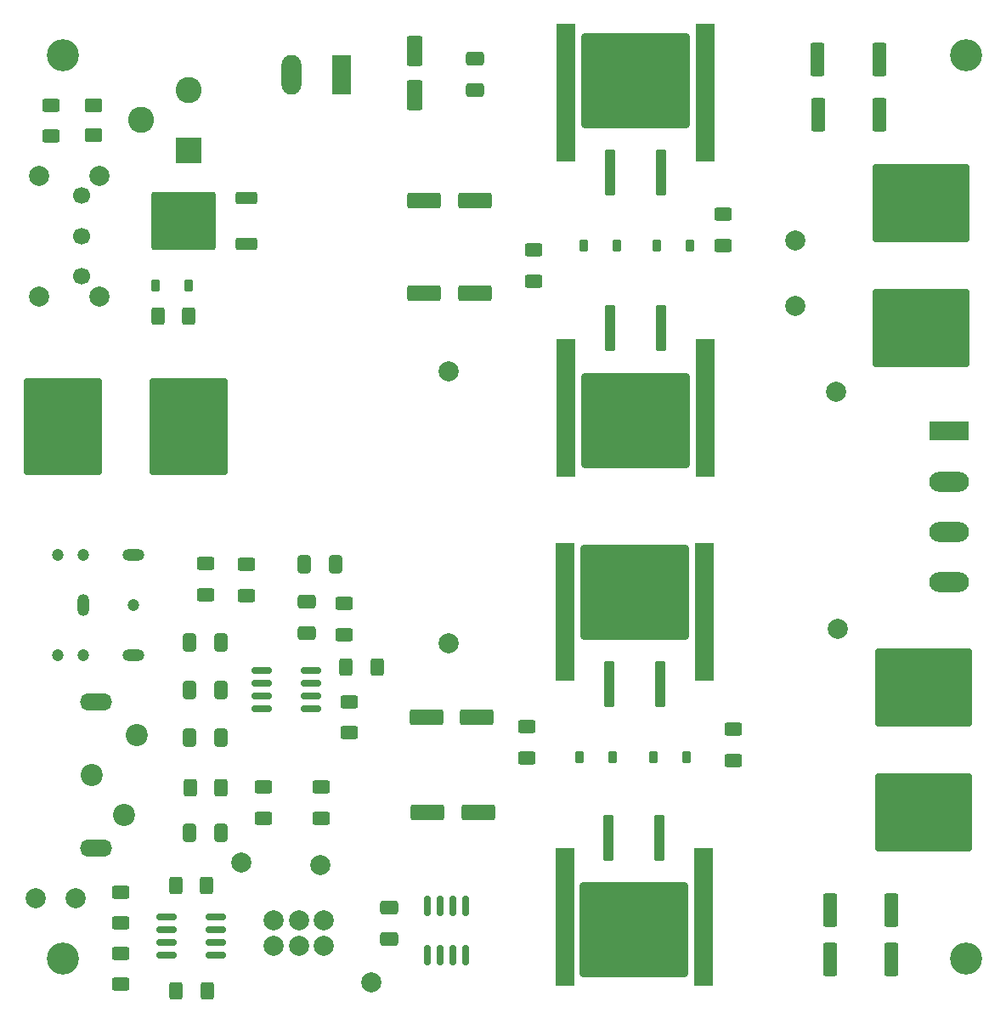
<source format=gts>
%TF.GenerationSoftware,KiCad,Pcbnew,8.0.7*%
%TF.CreationDate,2025-01-07T23:02:54-05:00*%
%TF.ProjectId,Class AB Stereo Amp SMD,436c6173-7320-4414-9220-53746572656f,rev?*%
%TF.SameCoordinates,Original*%
%TF.FileFunction,Soldermask,Top*%
%TF.FilePolarity,Negative*%
%FSLAX46Y46*%
G04 Gerber Fmt 4.6, Leading zero omitted, Abs format (unit mm)*
G04 Created by KiCad (PCBNEW 8.0.7) date 2025-01-07 23:02:54*
%MOMM*%
%LPD*%
G01*
G04 APERTURE LIST*
G04 Aperture macros list*
%AMRoundRect*
0 Rectangle with rounded corners*
0 $1 Rounding radius*
0 $2 $3 $4 $5 $6 $7 $8 $9 X,Y pos of 4 corners*
0 Add a 4 corners polygon primitive as box body*
4,1,4,$2,$3,$4,$5,$6,$7,$8,$9,$2,$3,0*
0 Add four circle primitives for the rounded corners*
1,1,$1+$1,$2,$3*
1,1,$1+$1,$4,$5*
1,1,$1+$1,$6,$7*
1,1,$1+$1,$8,$9*
0 Add four rect primitives between the rounded corners*
20,1,$1+$1,$2,$3,$4,$5,0*
20,1,$1+$1,$4,$5,$6,$7,0*
20,1,$1+$1,$6,$7,$8,$9,0*
20,1,$1+$1,$8,$9,$2,$3,0*%
G04 Aperture macros list end*
%ADD10R,2.600000X2.600000*%
%ADD11C,2.600000*%
%ADD12C,2.000000*%
%ADD13RoundRect,0.250000X-1.412500X-0.550000X1.412500X-0.550000X1.412500X0.550000X-1.412500X0.550000X0*%
%ADD14RoundRect,0.250000X-0.625000X0.400000X-0.625000X-0.400000X0.625000X-0.400000X0.625000X0.400000X0*%
%ADD15RoundRect,0.250000X-0.412500X-0.650000X0.412500X-0.650000X0.412500X0.650000X-0.412500X0.650000X0*%
%ADD16RoundRect,0.249999X0.450001X1.425001X-0.450001X1.425001X-0.450001X-1.425001X0.450001X-1.425001X0*%
%ADD17RoundRect,0.225000X0.225000X0.375000X-0.225000X0.375000X-0.225000X-0.375000X0.225000X-0.375000X0*%
%ADD18R,1.980000X3.960000*%
%ADD19O,1.980000X3.960000*%
%ADD20R,1.850000X13.700000*%
%ADD21RoundRect,0.250000X0.550000X-1.250000X0.550000X1.250000X-0.550000X1.250000X-0.550000X-1.250000X0*%
%ADD22C,1.200000*%
%ADD23O,2.200000X1.200000*%
%ADD24O,1.200000X2.200000*%
%ADD25RoundRect,0.250000X-0.400000X-0.625000X0.400000X-0.625000X0.400000X0.625000X-0.400000X0.625000X0*%
%ADD26RoundRect,0.150000X0.150000X-0.825000X0.150000X0.825000X-0.150000X0.825000X-0.150000X-0.825000X0*%
%ADD27RoundRect,0.250000X-0.300000X2.050000X-0.300000X-2.050000X0.300000X-2.050000X0.300000X2.050000X0*%
%ADD28RoundRect,0.250002X-5.149998X4.449998X-5.149998X-4.449998X5.149998X-4.449998X5.149998X4.449998X0*%
%ADD29RoundRect,0.250000X0.400000X0.625000X-0.400000X0.625000X-0.400000X-0.625000X0.400000X-0.625000X0*%
%ADD30C,3.200000*%
%ADD31C,1.700000*%
%ADD32R,3.960000X1.980000*%
%ADD33O,3.960000X1.980000*%
%ADD34RoundRect,0.150000X-0.825000X-0.150000X0.825000X-0.150000X0.825000X0.150000X-0.825000X0.150000X0*%
%ADD35RoundRect,0.249999X-0.450001X-1.425001X0.450001X-1.425001X0.450001X1.425001X-0.450001X1.425001X0*%
%ADD36RoundRect,0.250000X0.625000X-0.400000X0.625000X0.400000X-0.625000X0.400000X-0.625000X-0.400000X0*%
%ADD37RoundRect,0.250000X0.650000X-0.412500X0.650000X0.412500X-0.650000X0.412500X-0.650000X-0.412500X0*%
%ADD38RoundRect,0.250000X0.412500X0.650000X-0.412500X0.650000X-0.412500X-0.650000X0.412500X-0.650000X0*%
%ADD39RoundRect,0.249998X-4.550002X3.650002X-4.550002X-3.650002X4.550002X-3.650002X4.550002X3.650002X0*%
%ADD40RoundRect,0.249998X3.650002X4.550002X-3.650002X4.550002X-3.650002X-4.550002X3.650002X-4.550002X0*%
%ADD41RoundRect,0.250000X-0.650000X0.412500X-0.650000X-0.412500X0.650000X-0.412500X0.650000X0.412500X0*%
%ADD42RoundRect,0.250001X0.624999X-0.462499X0.624999X0.462499X-0.624999X0.462499X-0.624999X-0.462499X0*%
%ADD43RoundRect,0.225000X-0.225000X-0.375000X0.225000X-0.375000X0.225000X0.375000X-0.225000X0.375000X0*%
%ADD44O,3.200000X1.700000*%
%ADD45C,2.200000*%
%ADD46RoundRect,0.250000X0.300000X-2.050000X0.300000X2.050000X-0.300000X2.050000X-0.300000X-2.050000X0*%
%ADD47RoundRect,0.250002X5.149998X-4.449998X5.149998X4.449998X-5.149998X4.449998X-5.149998X-4.449998X0*%
%ADD48RoundRect,0.250000X0.850000X0.350000X-0.850000X0.350000X-0.850000X-0.350000X0.850000X-0.350000X0*%
%ADD49RoundRect,0.249997X2.950003X2.650003X-2.950003X2.650003X-2.950003X-2.650003X2.950003X-2.650003X0*%
%ADD50RoundRect,0.249998X4.550002X-3.650002X4.550002X3.650002X-4.550002X3.650002X-4.550002X-3.650002X0*%
G04 APERTURE END LIST*
D10*
%TO.C,J2*%
X117500000Y-64500000D03*
D11*
X117500000Y-58500000D03*
X112800000Y-61500000D03*
%TD*%
D12*
%TO.C,TP6*%
X130600000Y-135700000D03*
%TD*%
D13*
%TO.C,C9*%
X140925000Y-69500000D03*
X146000000Y-69500000D03*
%TD*%
D12*
%TO.C,TP4*%
X106250000Y-139000000D03*
%TD*%
%TO.C,TP9*%
X143400000Y-113600000D03*
%TD*%
D14*
%TO.C,R20*%
X171800000Y-122200000D03*
X171800000Y-125300000D03*
%TD*%
D15*
%TO.C,C4*%
X117625000Y-113500000D03*
X120750000Y-113500000D03*
%TD*%
D14*
%TO.C,R11*%
X133000000Y-109650000D03*
X133000000Y-112750000D03*
%TD*%
D16*
%TO.C,R18*%
X186300000Y-55500000D03*
X180200000Y-55500000D03*
%TD*%
D12*
%TO.C,TP8*%
X143400000Y-86500000D03*
%TD*%
D14*
%TO.C,R13*%
X130750000Y-127950000D03*
X130750000Y-131050000D03*
%TD*%
D12*
%TO.C,RV1*%
X131000000Y-141250000D03*
X128500000Y-141250000D03*
X126000000Y-141250000D03*
X131000000Y-143750000D03*
X128500000Y-143750000D03*
X126000000Y-143750000D03*
%TD*%
D17*
%TO.C,D2*%
X167450000Y-74000000D03*
X164150000Y-74000000D03*
%TD*%
D18*
%TO.C,J1*%
X132765000Y-57000000D03*
D19*
X127765000Y-57000000D03*
%TD*%
D20*
%TO.C,HS3*%
X155110000Y-58800000D03*
X168950000Y-58800000D03*
%TD*%
D21*
%TO.C,C2*%
X140000000Y-59000000D03*
X140000000Y-54600000D03*
%TD*%
D20*
%TO.C,HS4*%
X155000000Y-140850000D03*
X168840000Y-140850000D03*
%TD*%
D22*
%TO.C,J3*%
X107000000Y-104850000D03*
X104500000Y-104850000D03*
X112000000Y-109850000D03*
X107000000Y-114850000D03*
X104500000Y-114850000D03*
D23*
X112000000Y-104850000D03*
D24*
X107000000Y-109850000D03*
D23*
X112000000Y-114850000D03*
%TD*%
D25*
%TO.C,R10*%
X117650000Y-128000000D03*
X120750000Y-128000000D03*
%TD*%
D26*
%TO.C,U3*%
X141260000Y-144700000D03*
X142530000Y-144700000D03*
X143800000Y-144700000D03*
X145070000Y-144700000D03*
X145070000Y-139750000D03*
X143800000Y-139750000D03*
X142530000Y-139750000D03*
X141260000Y-139750000D03*
%TD*%
D27*
%TO.C,Q2*%
X164580000Y-82250000D03*
D28*
X162040000Y-91400000D03*
D27*
X159500000Y-82250000D03*
%TD*%
D13*
%TO.C,C12*%
X141325000Y-130500000D03*
X146400000Y-130500000D03*
%TD*%
D17*
%TO.C,D1*%
X160200000Y-74000000D03*
X156900000Y-74000000D03*
%TD*%
D29*
%TO.C,R1*%
X117550000Y-81000000D03*
X114450000Y-81000000D03*
%TD*%
D30*
%TO.C,H2*%
X195000000Y-55000000D03*
%TD*%
D25*
%TO.C,R5*%
X116200000Y-137750000D03*
X119300000Y-137750000D03*
%TD*%
D12*
%TO.C,SW1*%
X108582500Y-67042500D03*
X102582500Y-67042500D03*
X108582500Y-79042500D03*
X102582500Y-79042500D03*
D31*
X106832500Y-69042500D03*
X106832500Y-73042500D03*
X106832500Y-77042500D03*
%TD*%
D14*
%TO.C,R8*%
X123250000Y-105750000D03*
X123250000Y-108850000D03*
%TD*%
D32*
%TO.C,J4*%
X193250000Y-92500000D03*
D33*
X193250000Y-97500000D03*
X193250000Y-102500000D03*
X193250000Y-107500000D03*
%TD*%
D34*
%TO.C,U1*%
X115275000Y-140845000D03*
X115275000Y-142115000D03*
X115275000Y-143385000D03*
X115275000Y-144655000D03*
X120225000Y-144655000D03*
X120225000Y-143385000D03*
X120225000Y-142115000D03*
X120225000Y-140845000D03*
%TD*%
D30*
%TO.C,H1*%
X105000000Y-55000000D03*
%TD*%
D35*
%TO.C,R21*%
X181400000Y-140250000D03*
X187500000Y-140250000D03*
%TD*%
D36*
%TO.C,R2*%
X103750000Y-63100000D03*
X103750000Y-60000000D03*
%TD*%
D12*
%TO.C,TP10*%
X182000000Y-88600000D03*
%TD*%
%TO.C,TP11*%
X182200000Y-112200000D03*
%TD*%
D27*
%TO.C,Q3*%
X164415000Y-133000000D03*
D28*
X161875000Y-142150000D03*
D27*
X159335000Y-133000000D03*
%TD*%
D37*
%TO.C,C16*%
X129250000Y-112625000D03*
X129250000Y-109500000D03*
%TD*%
D36*
%TO.C,R15*%
X151850000Y-77550000D03*
X151850000Y-74450000D03*
%TD*%
D13*
%TO.C,C11*%
X141175000Y-121000000D03*
X146250000Y-121000000D03*
%TD*%
D14*
%TO.C,R14*%
X133500000Y-119450000D03*
X133500000Y-122550000D03*
%TD*%
D29*
%TO.C,R12*%
X136300000Y-116000000D03*
X133200000Y-116000000D03*
%TD*%
D38*
%TO.C,C7*%
X120750000Y-123000000D03*
X117625000Y-123000000D03*
%TD*%
D39*
%TO.C,C10*%
X190500000Y-69750000D03*
X190500000Y-82250000D03*
%TD*%
D36*
%TO.C,R7*%
X119200000Y-108800000D03*
X119200000Y-105700000D03*
%TD*%
D38*
%TO.C,C5*%
X120750000Y-118250000D03*
X117625000Y-118250000D03*
%TD*%
D17*
%TO.C,D3*%
X159750000Y-125000000D03*
X156450000Y-125000000D03*
%TD*%
D30*
%TO.C,H3*%
X105000000Y-145000000D03*
%TD*%
D17*
%TO.C,D4*%
X167150000Y-125000000D03*
X163850000Y-125000000D03*
%TD*%
D40*
%TO.C,C1*%
X117500000Y-92000000D03*
X105000000Y-92000000D03*
%TD*%
D41*
%TO.C,C14*%
X137500000Y-139937500D03*
X137500000Y-143062500D03*
%TD*%
D35*
%TO.C,R17*%
X180250000Y-61000000D03*
X186350000Y-61000000D03*
%TD*%
D38*
%TO.C,C6*%
X132125000Y-105750000D03*
X129000000Y-105750000D03*
%TD*%
D42*
%TO.C,D6*%
X108000000Y-62975000D03*
X108000000Y-60000000D03*
%TD*%
D12*
%TO.C,TP5*%
X122750000Y-135500000D03*
%TD*%
D13*
%TO.C,C8*%
X140925000Y-78750000D03*
X146000000Y-78750000D03*
%TD*%
D14*
%TO.C,R9*%
X125000000Y-127950000D03*
X125000000Y-131050000D03*
%TD*%
%TO.C,R19*%
X151200000Y-121950000D03*
X151200000Y-125050000D03*
%TD*%
D38*
%TO.C,C15*%
X120750000Y-132500000D03*
X117625000Y-132500000D03*
%TD*%
D43*
%TO.C,D5*%
X114200000Y-78000000D03*
X117500000Y-78000000D03*
%TD*%
D12*
%TO.C,TP1*%
X178000000Y-80000000D03*
%TD*%
%TO.C,TP7*%
X135700000Y-147400000D03*
%TD*%
D16*
%TO.C,R22*%
X187500000Y-145140000D03*
X181400000Y-145140000D03*
%TD*%
D14*
%TO.C,R4*%
X110750000Y-144500000D03*
X110750000Y-147600000D03*
%TD*%
D44*
%TO.C,J6*%
X108317500Y-134000000D03*
X108317500Y-119500000D03*
D45*
X112317500Y-122750000D03*
X111067500Y-130750000D03*
X107817500Y-126750000D03*
%TD*%
D30*
%TO.C,H4*%
X195000000Y-145000000D03*
%TD*%
D34*
%TO.C,U2*%
X124775000Y-116345000D03*
X124775000Y-117615000D03*
X124775000Y-118885000D03*
X124775000Y-120155000D03*
X129725000Y-120155000D03*
X129725000Y-118885000D03*
X129725000Y-117615000D03*
X129725000Y-116345000D03*
%TD*%
D20*
%TO.C,HS1*%
X155110000Y-90150000D03*
X168950000Y-90150000D03*
%TD*%
D12*
%TO.C,TP2*%
X178000000Y-73500000D03*
%TD*%
D20*
%TO.C,HS2*%
X155055000Y-110500000D03*
X168895000Y-110500000D03*
%TD*%
D36*
%TO.C,R16*%
X170800000Y-74000000D03*
X170800000Y-70900000D03*
%TD*%
%TO.C,R6*%
X110750000Y-141500000D03*
X110750000Y-138400000D03*
%TD*%
D12*
%TO.C,TP3*%
X102250000Y-139000000D03*
%TD*%
D46*
%TO.C,Q1*%
X159485000Y-66725000D03*
D47*
X162025000Y-57575000D03*
D46*
X164565000Y-66725000D03*
%TD*%
D25*
%TO.C,R3*%
X116250000Y-148250000D03*
X119350000Y-148250000D03*
%TD*%
D46*
%TO.C,Q4*%
X159435000Y-117725000D03*
D47*
X161975000Y-108575000D03*
D46*
X164515000Y-117725000D03*
%TD*%
D37*
%TO.C,C3*%
X146000000Y-58500000D03*
X146000000Y-55375000D03*
%TD*%
D48*
%TO.C,Q5*%
X123275000Y-73805000D03*
D49*
X116975000Y-71525000D03*
D48*
X123275000Y-69245000D03*
%TD*%
D50*
%TO.C,C13*%
X190750000Y-130500000D03*
X190750000Y-118000000D03*
%TD*%
M02*

</source>
